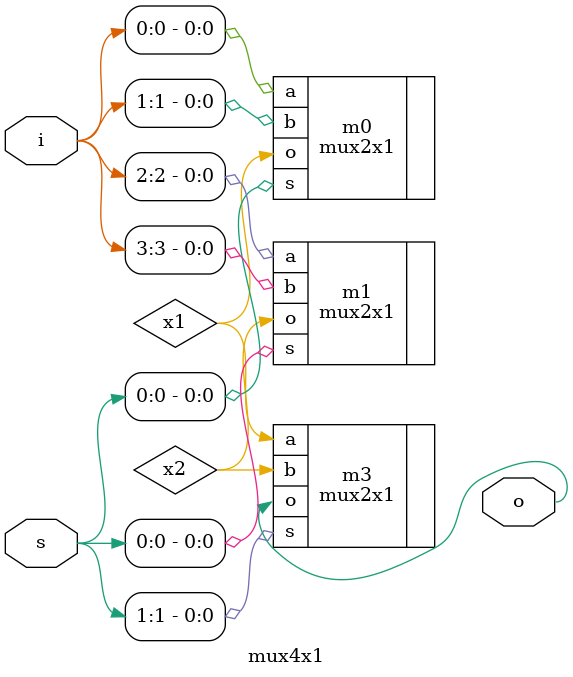
<source format=v>
`timescale 1ns / 1ps


module mux4x1(input [3:0] i,input [1:0] s,output o);
wire x1,x2;
mux2x1 m0(.a(i[0]),.b(i[1]),.s(s[0]),.o(x1));
mux2x1 m1(.a(i[2]),.b(i[3]),.s(s[0]),.o(x2));
mux2x1 m3(.a(x1),.b(x2),.s(s[1]),.o(o));
endmodule

</source>
